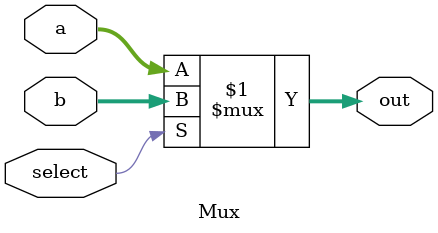
<source format=v>
module Mux (input wire [31:0] a,input wire [31:0] b,input wire select ,output wire [31:0] out);
	assign out = select ? b : a;
endmodule
</source>
